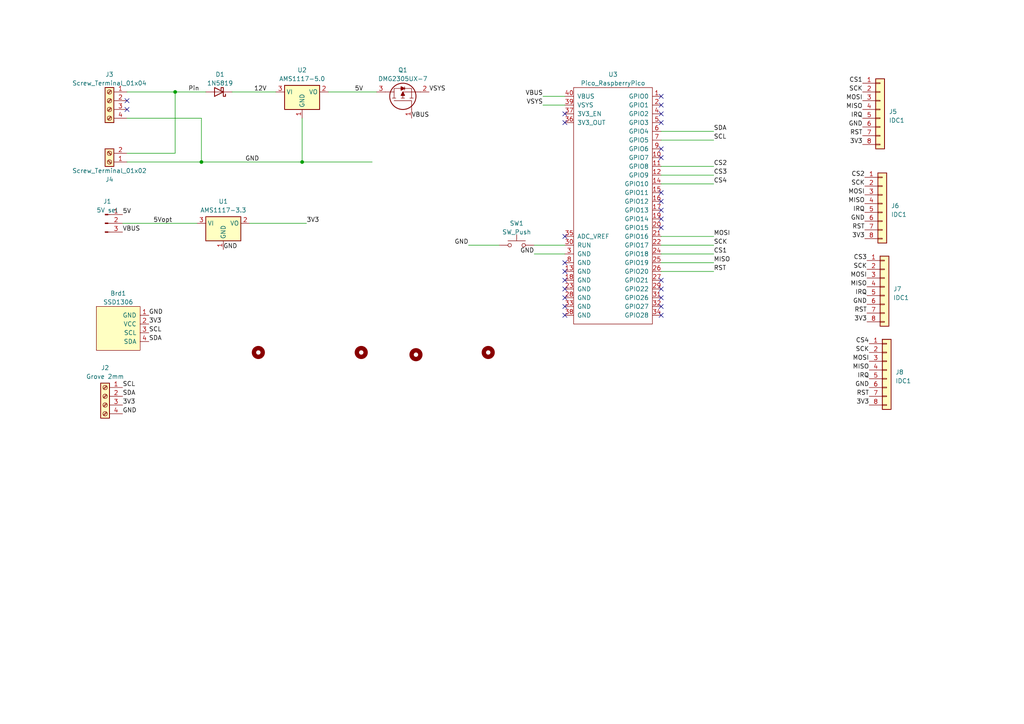
<source format=kicad_sch>
(kicad_sch (version 20230121) (generator eeschema)
  (paper "A4")
  (title_block (title "Pico Rfd 522 ") (date "2025-09-07") (rev "1."))
  (lib_symbols
    (symbol "Connector:Conn_01x03_Pin" (pin_names (offset 1.016) hide)
      (property "Reference" "J" (at 0 5.08 0))
      (property "Value" "Conn_01x03_Pin" (at 0 -5.08 0))
      (symbol "Conn_01x03_Pin_1_1"
        (polyline (pts (xy 1.27 -2.54) (xy 0.8636 -2.54)) (stroke (width 0.1524)))
        (polyline (pts (xy 1.27 0) (xy 0.8636 0)) (stroke (width 0.1524)))
        (polyline (pts (xy 1.27 2.54) (xy 0.8636 2.54)) (stroke (width 0.1524)))
        (rectangle (start 0.8636 -2.413) (end 0 -2.667) (stroke (width 0.1524)) (fill (type outline)))
        (rectangle (start 0.8636 0.127) (end 0 -0.127) (stroke (width 0.1524)) (fill (type outline)))
        (rectangle (start 0.8636 2.667) (end 0 2.413) (stroke (width 0.1524)) (fill (type outline)))
        (pin passive line (at 5.08 2.54 180) (length 3.81) (name "Pin_1") (number "1"))
        (pin passive line (at 5.08 0 180) (length 3.81) (name "Pin_2") (number "2"))
        (pin passive line (at 5.08 -2.54 180) (length 3.81) (name "Pin_3") (number "3"))
      )
    )
    (symbol "Connector:Screw_Terminal_01x02" (pin_names (offset 1.016) hide)
      (property "Reference" "J" (at 0 2.54 0))
      (property "Value" "Screw_Terminal_01x02" (at 0 -5.08 0))
      (symbol "Screw_Terminal_01x02_1_1"
        (rectangle (start -1.27 1.27) (end 1.27 -3.81) (stroke (width 0.254)) (fill (type background)))
        (circle (center 0 -2.54) (radius 0.635) (stroke (width 0.1524)))
        (polyline (pts (xy -0.5334 -2.2098) (xy 0.3302 -3.048)) (stroke (width 0.1524)))
        (polyline (pts (xy -0.5334 0.3302) (xy 0.3302 -0.508)) (stroke (width 0.1524)))
        (polyline (pts (xy -0.3556 -2.032) (xy 0.508 -2.8702)) (stroke (width 0.1524)))
        (polyline (pts (xy -0.3556 0.508) (xy 0.508 -0.3302)) (stroke (width 0.1524)))
        (circle (center 0 0) (radius 0.635) (stroke (width 0.1524)))
        (pin passive line (at -5.08 0 0) (length 3.81) (name "Pin_1") (number "1"))
        (pin passive line (at -5.08 -2.54 0) (length 3.81) (name "Pin_2") (number "2"))
      )
    )
    (symbol "Connector:Screw_Terminal_01x04" (pin_names (offset 1.016) hide)
      (property "Reference" "J" (at 0 5.08 0))
      (property "Value" "Screw_Terminal_01x04" (at 0 -7.62 0))
      (symbol "Screw_Terminal_01x04_1_1"
        (rectangle (start -1.27 3.81) (end 1.27 -6.35) (stroke (width 0.254)) (fill (type background)))
        (circle (center 0 -5.08) (radius 0.635) (stroke (width 0.1524)))
        (circle (center 0 -2.54) (radius 0.635) (stroke (width 0.1524)))
        (polyline (pts (xy -0.5334 -4.7498) (xy 0.3302 -5.588)) (stroke (width 0.1524)))
        (polyline (pts (xy -0.5334 -2.2098) (xy 0.3302 -3.048)) (stroke (width 0.1524)))
        (polyline (pts (xy -0.5334 0.3302) (xy 0.3302 -0.508)) (stroke (width 0.1524)))
        (polyline (pts (xy -0.5334 2.8702) (xy 0.3302 2.032)) (stroke (width 0.1524)))
        (polyline (pts (xy -0.3556 -4.572) (xy 0.508 -5.4102)) (stroke (width 0.1524)))
        (polyline (pts (xy -0.3556 -2.032) (xy 0.508 -2.8702)) (stroke (width 0.1524)))
        (polyline (pts (xy -0.3556 0.508) (xy 0.508 -0.3302)) (stroke (width 0.1524)))
        (polyline (pts (xy -0.3556 3.048) (xy 0.508 2.2098)) (stroke (width 0.1524)))
        (circle (center 0 0) (radius 0.635) (stroke (width 0.1524)))
        (circle (center 0 2.54) (radius 0.635) (stroke (width 0.1524)))
        (pin passive line (at -5.08 2.54 0) (length 3.81) (name "Pin_1") (number "1"))
        (pin passive line (at -5.08 0 0) (length 3.81) (name "Pin_2") (number "2"))
        (pin passive line (at -5.08 -2.54 0) (length 3.81) (name "Pin_3") (number "3"))
        (pin passive line (at -5.08 -5.08 0) (length 3.81) (name "Pin_4") (number "4"))
      )
    )
    (symbol "Connector_Generic:Conn_01x08" (pin_names (offset 1.016) hide)
      (property "Reference" "J" (at 0 10.16 0))
      (property "Value" "Conn_01x08" (at 0 -12.7 0))
      (symbol "Conn_01x08_1_1"
        (rectangle (start -1.27 -10.033) (end 0 -10.287) (stroke (width 0.1524)))
        (rectangle (start -1.27 -7.493) (end 0 -7.747) (stroke (width 0.1524)))
        (rectangle (start -1.27 -4.953) (end 0 -5.207) (stroke (width 0.1524)))
        (rectangle (start -1.27 -2.413) (end 0 -2.667) (stroke (width 0.1524)))
        (rectangle (start -1.27 0.127) (end 0 -0.127) (stroke (width 0.1524)))
        (rectangle (start -1.27 2.667) (end 0 2.413) (stroke (width 0.1524)))
        (rectangle (start -1.27 5.207) (end 0 4.953) (stroke (width 0.1524)))
        (rectangle (start -1.27 7.747) (end 0 7.493) (stroke (width 0.1524)))
        (rectangle (start -1.27 8.89) (end 1.27 -11.43) (stroke (width 0.254)) (fill (type background)))
        (pin passive line (at -5.08 7.62 0) (length 3.81) (name "Pin_1") (number "1"))
        (pin passive line (at -5.08 5.08 0) (length 3.81) (name "Pin_2") (number "2"))
        (pin passive line (at -5.08 2.54 0) (length 3.81) (name "Pin_3") (number "3"))
        (pin passive line (at -5.08 0 0) (length 3.81) (name "Pin_4") (number "4"))
        (pin passive line (at -5.08 -2.54 0) (length 3.81) (name "Pin_5") (number "5"))
        (pin passive line (at -5.08 -5.08 0) (length 3.81) (name "Pin_6") (number "6"))
        (pin passive line (at -5.08 -7.62 0) (length 3.81) (name "Pin_7") (number "7"))
        (pin passive line (at -5.08 -10.16 0) (length 3.81) (name "Pin_8") (number "8"))
      )
    )
    (symbol "DMG2305UX-7:DMG2305UX-7" (pin_names (offset 0.762))
      (property "Reference" "Q" (at 11.43 3.81 0))
      (property "Value" "DMG2305UX-7" (at 11.43 1.27 0))
      (symbol "DMG2305UX-7_0_0"
        (pin passive line (at 0 0 0) (length 2.54) (name "~") (number "1"))
        (pin passive line (at 7.62 -5.08 90) (length 2.54) (name "~") (number "2"))
        (pin passive line (at 7.62 10.16 270) (length 2.54) (name "~") (number "3"))
      )
      (symbol "DMG2305UX-7_0_1"
        (polyline (pts (xy 5.842 -0.508) (xy 5.842 0.508)) (stroke (width 0.1524)))
        (polyline (pts (xy 5.842 0) (xy 7.62 0)) (stroke (width 0.1524)))
        (polyline (pts (xy 5.842 2.032) (xy 5.842 3.048)) (stroke (width 0.1524)))
        (polyline (pts (xy 5.842 5.588) (xy 5.842 4.572)) (stroke (width 0.1524)))
        (polyline (pts (xy 7.62 2.54) (xy 5.842 2.54)) (stroke (width 0.1524)))
        (polyline (pts (xy 7.62 2.54) (xy 7.62 -2.54)) (stroke (width 0.1524)))
        (polyline (pts (xy 7.62 5.08) (xy 5.842 5.08)) (stroke (width 0.1524)))
        (polyline (pts (xy 7.62 5.08) (xy 7.62 7.62)) (stroke (width 0.1524)))
        (polyline (pts (xy 8.128 2.032) (xy 9.144 2.032)) (stroke (width 0.1524)))
        (polyline (pts (xy 2.54 0) (xy 5.08 0) (xy 5.08 5.08)) (stroke (width 0.1524)))
        (polyline (pts (xy 8.636 2.032) (xy 8.636 0) (xy 7.62 0)) (stroke (width 0.1524)))
        (polyline (pts (xy 8.636 3.048) (xy 8.636 5.08) (xy 7.62 5.08)) (stroke (width 0.1524)))
        (polyline (pts (xy 7.62 2.54) (xy 6.604 3.048) (xy 6.604 2.032) (xy 7.62 2.54)) (stroke (width 0.254)) (fill (type outline)))
        (polyline (pts (xy 8.636 2.032) (xy 8.128 3.048) (xy 9.144 3.048) (xy 8.636 2.032)) (stroke (width 0.254)) (fill (type outline)))
        (circle (center 6.35 2.54) (radius 3.81) (stroke (width 0.254)))
      )
    )
    (symbol "Diode:1N5819" (pin_numbers hide) (pin_names (offset 1.016) hide)
      (property "Reference" "D" (at 0 2.54 0))
      (property "Value" "1N5819" (at 0 -2.54 0))
      (symbol "1N5819_0_1"
        (polyline (pts (xy 1.27 0) (xy -1.27 0)))
        (polyline (pts (xy 1.27 1.27) (xy 1.27 -1.27) (xy -1.27 0) (xy 1.27 1.27)) (stroke (width 0.254)))
        (polyline (pts (xy -1.905 0.635) (xy -1.905 1.27) (xy -1.27 1.27) (xy -1.27 -1.27) (xy -0.635 -1.27) (xy -0.635 -0.635)) (stroke (width 0.254)))
      )
      (symbol "1N5819_1_1"
        (pin passive line (at -3.81 0 0) (length 2.54) (name "K") (number "1"))
        (pin passive line (at 3.81 0 180) (length 2.54) (name "A") (number "2"))
      )
    )
    (symbol "Mechanical:MountingHole" (pin_names (offset 1.016))
      (property "Reference" "H" (at 0 5.08 0))
      (property "Value" "MountingHole" (at 0 3.175 0))
      (symbol "MountingHole_0_1"
        (circle (center 0 0) (radius 1.27) (stroke (width 1.27)))
      )
    )
    (symbol "PicoNoSwd:RaspberryPico-Pico" (pin_names (offset 1.016))
      (property "Reference" "U" (at -21.59 3.81 0))
      (property "Value" "Pico_RaspberryPico" (at -15.24 -67.31 0))
      (symbol "RaspberryPico-Pico_0_1"
        (rectangle (start -22.86 2.54) (end 0 -66.04))
      )
      (symbol "RaspberryPico-Pico_1_1"
        (pin bidirectional line (at 2.54 0 180) (length 2.54) (name "GPIO0") (number "1"))
        (pin bidirectional line (at 2.54 -17.78 180) (length 2.54) (name "GPIO7") (number "10"))
        (pin bidirectional line (at 2.54 -20.32 180) (length 2.54) (name "GPIO8") (number "11"))
        (pin bidirectional line (at 2.54 -22.86 180) (length 2.54) (name "GPIO9") (number "12"))
        (pin power_in line (at -25.4 -50.8 0) (length 2.54) (name "GND") (number "13"))
        (pin bidirectional line (at 2.54 -25.4 180) (length 2.54) (name "GPIO10") (number "14"))
        (pin bidirectional line (at 2.54 -27.94 180) (length 2.54) (name "GPIO11") (number "15"))
        (pin bidirectional line (at 2.54 -30.48 180) (length 2.54) (name "GPIO12") (number "16"))
        (pin bidirectional line (at 2.54 -33.02 180) (length 2.54) (name "GPIO13") (number "17"))
        (pin power_in line (at -25.4 -53.34 0) (length 2.54) (name "GND") (number "18"))
        (pin bidirectional line (at 2.54 -35.56 180) (length 2.54) (name "GPIO14") (number "19"))
        (pin bidirectional line (at 2.54 -2.54 180) (length 2.54) (name "GPIO1") (number "2"))
        (pin bidirectional line (at 2.54 -38.1 180) (length 2.54) (name "GPIO15") (number "20"))
        (pin bidirectional line (at 2.54 -40.64 180) (length 2.54) (name "GPIO16") (number "21"))
        (pin bidirectional line (at 2.54 -43.18 180) (length 2.54) (name "GPIO17") (number "22"))
        (pin power_in line (at -25.4 -55.88 0) (length 2.54) (name "GND") (number "23"))
        (pin bidirectional line (at 2.54 -45.72 180) (length 2.54) (name "GPIO18") (number "24"))
        (pin bidirectional line (at 2.54 -48.26 180) (length 2.54) (name "GPIO19") (number "25"))
        (pin bidirectional line (at 2.54 -50.8 180) (length 2.54) (name "GPIO20") (number "26"))
        (pin bidirectional line (at 2.54 -53.34 180) (length 2.54) (name "GPIO21") (number "27"))
        (pin power_in line (at -25.4 -58.42 0) (length 2.54) (name "GND") (number "28"))
        (pin bidirectional line (at 2.54 -55.88 180) (length 2.54) (name "GPIO22") (number "29"))
        (pin power_in line (at -25.4 -45.72 0) (length 2.54) (name "GND") (number "3"))
        (pin input line (at -25.4 -43.18 0) (length 2.54) (name "RUN") (number "30"))
        (pin bidirectional line (at 2.54 -58.42 180) (length 2.54) (name "GPIO26") (number "31"))
        (pin bidirectional line (at 2.54 -60.96 180) (length 2.54) (name "GPIO27") (number "32"))
        (pin power_in line (at -25.4 -60.96 0) (length 2.54) (name "GND") (number "33"))
        (pin bidirectional line (at 2.54 -63.5 180) (length 2.54) (name "GPIO28") (number "34"))
        (pin input line (at -25.4 -40.64 0) (length 2.54) (name "ADC_VREF") (number "35"))
        (pin power_out line (at -25.4 -7.62 0) (length 2.54) (name "3V3_OUT") (number "36"))
        (pin input line (at -25.4 -5.08 0) (length 2.54) (name "3V3_EN") (number "37"))
        (pin power_in line (at -25.4 -63.5 0) (length 2.54) (name "GND") (number "38"))
        (pin power_in line (at -25.4 -2.54 0) (length 2.54) (name "VSYS") (number "39"))
        (pin bidirectional line (at 2.54 -5.08 180) (length 2.54) (name "GPIO2") (number "4"))
        (pin power_in line (at -25.4 0 0) (length 2.54) (name "VBUS") (number "40"))
        (pin bidirectional line (at 2.54 -7.62 180) (length 2.54) (name "GPIO3") (number "5"))
        (pin bidirectional line (at 2.54 -10.16 180) (length 2.54) (name "GPIO4") (number "6"))
        (pin bidirectional line (at 2.54 -12.7 180) (length 2.54) (name "GPIO5") (number "7"))
        (pin power_in line (at -25.4 -48.26 0) (length 2.54) (name "GND") (number "8"))
        (pin bidirectional line (at 2.54 -15.24 180) (length 2.54) (name "GPIO6") (number "9"))
      )
    )
    (symbol "Regulator_Linear:AMS1117-3.3"
      (property "Reference" "U" (at -3.81 3.175 0))
      (property "Value" "AMS1117-3.3" (at 0 3.175 0))
      (symbol "AMS1117-3.3_0_1"
        (rectangle (start -5.08 -5.08) (end 5.08 1.905) (stroke (width 0.254)) (fill (type background)))
      )
      (symbol "AMS1117-3.3_1_1"
        (pin power_in line (at 0 -7.62 90) (length 2.54) (name "GND") (number "1"))
        (pin power_out line (at 7.62 0 180) (length 2.54) (name "VO") (number "2"))
        (pin power_in line (at -7.62 0 0) (length 2.54) (name "VI") (number "3"))
      )
    )
    (symbol "Regulator_Linear:AMS1117-5.0"
      (property "Reference" "U" (at -3.81 3.175 0))
      (property "Value" "AMS1117-5.0" (at 0 3.175 0))
      (symbol "AMS1117-5.0_0_1"
        (rectangle (start -5.08 -5.08) (end 5.08 1.905) (stroke (width 0.254)) (fill (type background)))
      )
      (symbol "AMS1117-5.0_1_1"
        (pin power_in line (at 0 -7.62 90) (length 2.54) (name "GND") (number "1"))
        (pin power_out line (at 7.62 0 180) (length 2.54) (name "VO") (number "2"))
        (pin power_in line (at -7.62 0 0) (length 2.54) (name "VI") (number "3"))
      )
    )
    (symbol "SSD1306:SSD1306" (pin_names (offset 1.016))
      (property "Reference" "Brd" (at 0 -3.81 0))
      (property "Value" "SSD1306" (at 0 -1.27 0))
      (symbol "SSD1306_0_1"
        (rectangle (start -6.35 6.35) (end 6.35 -6.35) (fill (type background)))
      )
      (symbol "SSD1306_1_1"
        (pin input line (at -3.81 8.89 270) (length 2.54) (name "GND") (number "1"))
        (pin input line (at -1.27 8.89 270) (length 2.54) (name "VCC") (number "2"))
        (pin input line (at 1.27 8.89 270) (length 2.54) (name "SCL") (number "3"))
        (pin input line (at 3.81 8.89 270) (length 2.54) (name "SDA") (number "4"))
      )
    )
    (symbol "Switch:SW_Push" (pin_numbers hide) (pin_names (offset 1.016) hide)
      (property "Reference" "SW" (at 1.27 2.54 0))
      (property "Value" "SW_Push" (at 0 -1.524 0))
      (symbol "SW_Push_0_1"
        (circle (center -2.032 0) (radius 0.508))
        (polyline (pts (xy 0 1.27) (xy 0 3.048)))
        (polyline (pts (xy 2.54 1.27) (xy -2.54 1.27)))
        (circle (center 2.032 0) (radius 0.508))
        (pin passive line (at -5.08 0 0) (length 2.54) (name "1") (number "1"))
        (pin passive line (at 5.08 0 180) (length 2.54) (name "2") (number "2"))
      )
    )
  )
  (junction (at 58.42 46.99))
  (junction (at 50.8 26.67))
  (junction (at 87.63 46.99))
  (no_connect (at 191.77 83.82))
  (no_connect (at 163.83 33.02))
  (no_connect (at 163.83 91.44))
  (no_connect (at 191.77 30.48))
  (no_connect (at 163.83 83.82))
  (no_connect (at 191.77 66.04))
  (no_connect (at 163.83 78.74))
  (no_connect (at 36.83 29.21))
  (no_connect (at 163.83 76.2))
  (no_connect (at 163.83 81.28))
  (no_connect (at 191.77 60.96))
  (no_connect (at 191.77 88.9))
  (no_connect (at 163.83 86.36))
  (no_connect (at 163.83 68.58))
  (no_connect (at 191.77 33.02))
  (no_connect (at 191.77 45.72))
  (no_connect (at 163.83 35.56))
  (no_connect (at 191.77 91.44))
  (no_connect (at 191.77 63.5))
  (no_connect (at 191.77 27.94))
  (no_connect (at 163.83 88.9))
  (no_connect (at 191.77 58.42))
  (no_connect (at 191.77 86.36))
  (no_connect (at 191.77 35.56))
  (no_connect (at 191.77 55.88))
  (no_connect (at 36.83 31.75))
  (no_connect (at 191.77 43.18))
  (no_connect (at 191.77 81.28))
  (wire (pts (xy 36.83 46.99) (xy 58.42 46.99)))
  (wire (pts (xy 50.8 26.67) (xy 59.69 26.67)))
  (wire (pts (xy 191.77 71.12) (xy 207.01 71.12)))
  (wire (pts (xy 95.25 26.67) (xy 109.22 26.67)))
  (wire (pts (xy 157.48 27.94) (xy 163.83 27.94)))
  (wire (pts (xy 135.89 71.12) (xy 144.78 71.12)))
  (wire (pts (xy 157.48 30.48) (xy 163.83 30.48)))
  (wire (pts (xy 87.63 34.29) (xy 87.63 46.99)))
  (wire (pts (xy 58.42 34.29) (xy 58.42 46.99)))
  (wire (pts (xy 191.77 40.64) (xy 207.01 40.64)))
  (wire (pts (xy 36.83 34.29) (xy 58.42 34.29)))
  (wire (pts (xy 191.77 78.74) (xy 207.01 78.74)))
  (wire (pts (xy 191.77 53.34) (xy 207.01 53.34)))
  (wire (pts (xy 36.83 44.45) (xy 50.8 44.45)))
  (wire (pts (xy 35.56 64.77) (xy 57.15 64.77)))
  (wire (pts (xy 154.94 73.66) (xy 163.83 73.66)))
  (wire (pts (xy 72.39 64.77) (xy 88.9 64.77)))
  (wire (pts (xy 191.77 68.58) (xy 207.01 68.58)))
  (wire (pts (xy 154.94 71.12) (xy 163.83 71.12)))
  (wire (pts (xy 191.77 48.26) (xy 207.01 48.26)))
  (wire (pts (xy 191.77 38.1) (xy 207.01 38.1)))
  (wire (pts (xy 191.77 73.66) (xy 207.01 73.66)))
  (wire (pts (xy 58.42 46.99) (xy 87.63 46.99)))
  (wire (pts (xy 36.83 26.67) (xy 50.8 26.67)))
  (wire (pts (xy 50.8 44.45) (xy 50.8 26.67)))
  (wire (pts (xy 191.77 76.2) (xy 207.01 76.2)))
  (wire (pts (xy 67.31 26.67) (xy 80.01 26.67)))
  (wire (pts (xy 87.63 46.99) (xy 107.95 46.99)))
  (wire (pts (xy 191.77 50.8) (xy 207.01 50.8)))
  (label "12V" (at 73.66 26.67 0))
  (label "SDA" (at 35.56 114.935 0))
  (label "SCK" (at 207.01 71.12 0))
  (label "GND" (at 250.825 64.135 180))
  (label "MOSI" (at 251.46 80.645 180))
  (label "SCL" (at 35.56 112.395 0))
  (label "MISO" (at 250.19 31.75 180))
  (label "3V3" (at 43.18 93.98 0))
  (label "SCK" (at 250.825 53.975 180))
  (label "IRQ" (at 252.095 109.855 180))
  (label "CS3" (at 251.46 75.565 180))
  (label "RST" (at 207.01 78.74 0))
  (label "GND" (at 135.89 71.12 180))
  (label "RST" (at 250.19 39.37 180))
  (label "SCK" (at 251.46 78.105 180))
  (label "GND" (at 64.77 72.39 0))
  (label "VBUS" (at 35.56 67.31 0))
  (label "VSYS" (at 124.46 26.67 0))
  (label "CS4" (at 252.095 99.695 180))
  (label "SCL" (at 43.18 96.52 0))
  (label "3V3" (at 252.095 117.475 180))
  (label "MOSI" (at 250.19 29.21 180))
  (label "5Vopt" (at 44.45 64.77 0))
  (label "Pin" (at 54.61 26.67 0))
  (label "CS2" (at 207.01 48.26 0))
  (label "3V3" (at 35.56 117.475 0))
  (label "CS3" (at 207.01 50.8 0))
  (label "SDA" (at 43.18 99.06 0))
  (label "MOSI" (at 207.01 68.58 0))
  (label "MISO" (at 252.095 107.315 180))
  (label "CS2" (at 250.825 51.435 180))
  (label "3V3" (at 88.9 64.77 0))
  (label "3V3" (at 250.19 41.91 180))
  (label "VBUS" (at 119.38 34.29 0))
  (label "MISO" (at 250.825 59.055 180))
  (label "RST" (at 252.095 114.935 180))
  (label "CS1" (at 207.01 73.66 0))
  (label "RST" (at 250.825 66.675 180))
  (label "SDA" (at 207.01 38.1 0))
  (label "GND" (at 250.19 36.83 180))
  (label "SCL" (at 207.01 40.64 0))
  (label "GND" (at 251.46 88.265 180))
  (label "3V3" (at 250.825 69.215 180))
  (label "RST" (at 251.46 90.805 180))
  (label "CS1" (at 250.19 24.13 180))
  (label "GND" (at 43.18 91.44 0))
  (label "MISO" (at 207.01 76.2 0))
  (label "IRQ" (at 250.825 61.595 180))
  (label "5V" (at 102.87 26.67 0))
  (label "IRQ" (at 250.19 34.29 180))
  (label "GND" (at 154.94 73.66 180))
  (label "MOSI" (at 252.095 104.775 180))
  (label "MISO" (at 251.46 83.185 180))
  (label "5V" (at 35.56 62.23 0))
  (label "GND" (at 252.095 112.395 180))
  (label "CS4" (at 207.01 53.34 0))
  (label "SCK" (at 250.19 26.67 180))
  (label "IRQ" (at 251.46 85.725 180))
  (label "VBUS" (at 157.48 27.94 180))
  (label "SCK" (at 252.095 102.235 180))
  (label "GND" (at 35.56 120.015 0))
  (label "MOSI" (at 250.825 56.515 180))
  (label "3V3" (at 251.46 93.345 180))
  (label "GND" (at 71.12 46.99 0))
  (label "VSYS" (at 157.48 30.48 180))
  (symbol (lib_id "Mechanical:MountingHole") (at 120.65 102.87 0) (unit 1)
    (property "Reference" "H3" (effects hide))
    (property "Value" "MountingHole" (effects hide))
    (property "Footprint" "MountingHole:MountingHole_3.2mm_M3_DIN965" (effects hide))
  )
  (symbol (lib_id "Connector:Conn_01x03_Pin") (at 30.48 64.77 0) (unit 1)
    (property "Reference" "J1" (at 31.115 58.42 0))
    (property "Value" "5V sel" (at 31.115 60.96 0))
    (property "Footprint" "Connector_PinHeader_2.54mm:PinHeader_1x03_P2.54mm_Vertical" (effects hide))
  )
  (symbol (lib_id "Connector:Screw_Terminal_01x04") (at 31.75 29.21 0) (mirror y) (unit 1)
    (property "Reference" "J3" (at 31.75 21.59 0))
    (property "Value" "Screw_Terminal_01x04" (at 31.75 24.13 0))
    (property "Footprint" "TerminalBlock_Phoenix:TerminalBlock_Phoenix_PT-1,5-4-3.5-H_1x04_P3.50mm_Horizontal" (effects hide))
  )
  (symbol (lib_id "Connector_Generic:Conn_01x08") (at 256.54 83.185 0) (unit 1)
    (property "Reference" "J7" (at 259.08 83.82 0) (effects (justify left)))
    (property "Value" "IDC1" (at 259.08 86.36 0) (effects (justify left)))
    (property "Footprint" "Connector_IDC:IDC-Header_2x04_P2.54mm_Vertical" (effects hide))
  )
  (symbol (lib_id "DMG2305UX-7:DMG2305UX-7") (at 119.38 34.29 90) (unit 1)
    (property "Reference" "Q1" (at 116.84 20.32 90))
    (property "Value" "DMG2305UX-7" (at 116.84 22.86 90))
    (property "Footprint" "DMG2305UX-7:SOT96P240X110-3N" (effects hide))
    (property "Datasheet" "https://www.diodes.com/assets/Datasheets/DMG2305UX.pdf" (effects hide))
    (property "Description" "MOSFET P-Ch 20V 5A Enhancement SOT23 Diodes Inc DMG2305UX-7 P-channel MOSFET Transistor, -3.3 A, -20 V, 3-Pin SOT-23" (effects hide))
    (property "Height" "1.1" (effects hide))
    (property "Mouser Part Number" "621-DMG2305UX-7" (effects hide))
    (property "Mouser Price/Stock" "https://www.mouser.co.uk/ProductDetail/Diodes-Incorporated/DMG2305UX-7?qs=L1DZKBg7t5F%2FNBHrjfxC%252Bg%3D%3D" (effects hide))
    (property "Manufacturer_Name" "Diodes Inc." (effects hide))
    (property "Manufacturer_Part_Number" "DMG2305UX-7" (effects hide))
  )
  (symbol (lib_id "Mechanical:MountingHole") (at 104.775 102.235 0) (unit 1)
    (property "Reference" "H2" (effects hide))
    (property "Value" "MountingHole" (effects hide))
    (property "Footprint" "MountingHole:MountingHole_3.2mm_M3_DIN965" (effects hide))
  )
  (symbol (lib_id "Mechanical:MountingHole") (at 141.605 102.235 0) (unit 1)
    (property "Reference" "H4" (effects hide))
    (property "Value" "MountingHole" (effects hide))
    (property "Footprint" "MountingHole:MountingHole_3.2mm_M3_DIN965" (effects hide))
  )
  (symbol (lib_id "Switch:SW_Push") (at 149.86 71.12 0) (unit 1)
    (property "Reference" "SW1" (at 149.86 64.77 0))
    (property "Value" "SW_Push" (at 149.86 67.31 0))
    (property "Footprint" "Button_Switch_SMD:SW_Tactile_SPST_NO_Straight_CK_PTS636Sx25SMTRLFS" (effects hide))
  )
  (symbol (lib_id "Diode:1N5819") (at 63.5 26.67 180) (unit 1)
    (property "Reference" "D1" (at 63.8175 21.59 0))
    (property "Value" "1N5819" (at 63.8175 24.13 0))
    (property "Footprint" "Diode_THT:D_DO-41_SOD81_P10.16mm_Horizontal" (effects hide))
    (property "Datasheet" "http://www.vishay.com/docs/88525/1n5817.pdf" (effects hide))
  )
  (symbol (lib_id "SSD1306:SSD1306") (at 34.29 95.25 270) (unit 1)
    (property "Reference" "Brd1" (at 34.29 85.09 90))
    (property "Value" "SSD1306" (at 34.29 87.63 90))
    (property "Footprint" "SSD1306:128x64OLED" (effects hide))
  )
  (symbol (lib_id "Connector_Generic:Conn_01x08") (at 255.27 31.75 0) (unit 1)
    (property "Reference" "J5" (at 257.81 32.385 0) (effects (justify left)))
    (property "Value" "IDC1" (at 257.81 34.925 0) (effects (justify left)))
    (property "Footprint" "Connector_IDC:IDC-Header_2x04_P2.54mm_Vertical" (effects hide))
  )
  (symbol (lib_id "Connector:Screw_Terminal_01x02") (at 31.75 46.99 180) (unit 1)
    (property "Reference" "J4" (at 31.75 52.07 0))
    (property "Value" "Screw_Terminal_01x02" (at 31.75 49.53 0))
    (property "Footprint" "TerminalBlock_Phoenix:TerminalBlock_Phoenix_PT-1,5-2-3.5-H_1x02_P3.50mm_Horizontal" (effects hide))
  )
  (symbol (lib_id "Regulator_Linear:AMS1117-5.0") (at 87.63 26.67 0) (unit 1)
    (property "Reference" "U2" (at 87.63 20.32 0))
    (property "Value" "AMS1117-5.0" (at 87.63 22.86 0))
    (property "Footprint" "Package_TO_SOT_SMD:SOT-223-3_TabPin2" (effects hide))
    (property "Datasheet" "http://www.advanced-monolithic.com/pdf/ds1117.pdf" (effects hide))
  )
  (symbol (lib_id "PicoNoSwd:RaspberryPico-Pico") (at 189.23 27.94 0) (unit 1)
    (property "Reference" "U3" (at 177.8 21.59 0))
    (property "Value" "Pico_RaspberryPico" (at 177.8 24.13 0))
    (property "Footprint" "PicoNoSwd:RaspberryPico_TH_NoSWD" (effects hide))
  )
  (symbol (lib_id "Connector:Screw_Terminal_01x04") (at 30.48 114.935 0) (mirror y) (unit 1)
    (property "Reference" "J2" (at 30.48 106.68 0))
    (property "Value" "Grove 2mm" (at 30.48 109.22 0))
    (property "Footprint" "Seed Grove etc:HW4-2.0" (effects hide))
  )
  (symbol (lib_id "Connector_Generic:Conn_01x08") (at 255.905 59.055 0) (unit 1)
    (property "Reference" "J6" (at 258.445 59.69 0) (effects (justify left)))
    (property "Value" "IDC1" (at 258.445 62.23 0) (effects (justify left)))
    (property "Footprint" "Connector_IDC:IDC-Header_2x04_P2.54mm_Vertical" (effects hide))
  )
  (symbol (lib_id "Mechanical:MountingHole") (at 74.93 102.235 0) (unit 1)
    (property "Reference" "H1" (effects hide))
    (property "Value" "MountingHole" (effects hide))
    (property "Footprint" "MountingHole:MountingHole_3.2mm_M3_DIN965" (effects hide))
  )
  (symbol (lib_id "Regulator_Linear:AMS1117-3.3") (at 64.77 64.77 0) (unit 1)
    (property "Reference" "U1" (at 64.77 58.42 0))
    (property "Value" "AMS1117-3.3" (at 64.77 60.96 0))
    (property "Footprint" "Package_TO_SOT_SMD:SOT-223-3_TabPin2" (effects hide))
    (property "Datasheet" "http://www.advanced-monolithic.com/pdf/ds1117.pdf" (effects hide))
  )
  (symbol (lib_id "Connector_Generic:Conn_01x08") (at 257.175 107.315 0) (unit 1)
    (property "Reference" "J8" (at 259.715 107.95 0) (effects (justify left)))
    (property "Value" "IDC1" (at 259.715 110.49 0) (effects (justify left)))
    (property "Footprint" "Connector_IDC:IDC-Header_2x04_P2.54mm_Vertical" (effects hide))
  )
)
</source>
